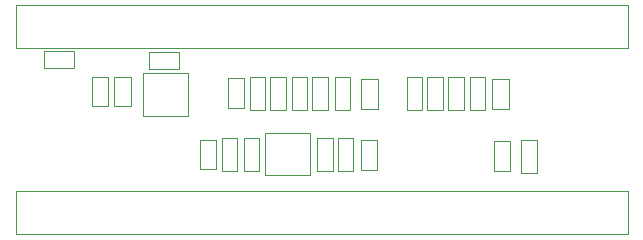
<source format=gbr>
%TF.GenerationSoftware,KiCad,Pcbnew,4.0.7*%
%TF.CreationDate,2017-10-16T02:09:04+08:00*%
%TF.ProjectId,STM32F401CCT6,53544D333246343031434354362E6B69,rev?*%
%TF.FileFunction,Other,User*%
%FSLAX46Y46*%
G04 Gerber Fmt 4.6, Leading zero omitted, Abs format (unit mm)*
G04 Created by KiCad (PCBNEW 4.0.7) date 10/16/17 02:09:04*
%MOMM*%
%LPD*%
G01*
G04 APERTURE LIST*
%ADD10C,0.100000*%
%ADD11C,0.050000*%
G04 APERTURE END LIST*
D10*
D11*
X1370000Y13930000D02*
X-50480000Y13930000D01*
X-50480000Y13930000D02*
X-50480000Y17530000D01*
X-50480000Y17530000D02*
X1370000Y17530000D01*
X1370000Y17530000D02*
X1370000Y13930000D01*
X1370000Y-1820000D02*
X-50480000Y-1820000D01*
X-50480000Y-1820000D02*
X-50480000Y1780000D01*
X-50480000Y1780000D02*
X1370000Y1780000D01*
X1370000Y1780000D02*
X1370000Y-1820000D01*
X-48050000Y12260000D02*
X-45550000Y12260000D01*
X-48050000Y12260000D02*
X-48050000Y13660000D01*
X-45550000Y13660000D02*
X-45550000Y12260000D01*
X-45550000Y13660000D02*
X-48050000Y13660000D01*
X-44050000Y11490000D02*
X-44050000Y8990000D01*
X-44050000Y11490000D02*
X-42650000Y11490000D01*
X-42650000Y8990000D02*
X-44050000Y8990000D01*
X-42650000Y8990000D02*
X-42650000Y11490000D01*
X-42140000Y11490000D02*
X-42140000Y8990000D01*
X-42140000Y11490000D02*
X-40740000Y11490000D01*
X-40740000Y8990000D02*
X-42140000Y8990000D01*
X-40740000Y8990000D02*
X-40740000Y11490000D01*
X-35900000Y8170000D02*
X-39700000Y8170000D01*
X-35900000Y11770000D02*
X-35900000Y8170000D01*
X-39700000Y11770000D02*
X-35900000Y11770000D01*
X-39700000Y8170000D02*
X-39700000Y11770000D01*
X-39170000Y12170000D02*
X-36670000Y12170000D01*
X-39170000Y12170000D02*
X-39170000Y13570000D01*
X-36670000Y13570000D02*
X-36670000Y12170000D01*
X-36670000Y13570000D02*
X-39170000Y13570000D01*
X-32510000Y11360000D02*
X-32510000Y8860000D01*
X-32510000Y11360000D02*
X-31110000Y11360000D01*
X-31110000Y8860000D02*
X-32510000Y8860000D01*
X-31110000Y8860000D02*
X-31110000Y11360000D01*
X-29330000Y8680000D02*
X-29330000Y11480000D01*
X-29330000Y8680000D02*
X-30630000Y8680000D01*
X-30630000Y11480000D02*
X-29330000Y11480000D01*
X-30630000Y11480000D02*
X-30630000Y8680000D01*
X-27610000Y8670000D02*
X-27610000Y11470000D01*
X-27610000Y8670000D02*
X-28910000Y8670000D01*
X-28910000Y11470000D02*
X-27610000Y11470000D01*
X-28910000Y11470000D02*
X-28910000Y8670000D01*
X-25810000Y8670000D02*
X-25810000Y11470000D01*
X-25810000Y8670000D02*
X-27110000Y8670000D01*
X-27110000Y11470000D02*
X-25810000Y11470000D01*
X-27110000Y11470000D02*
X-27110000Y8670000D01*
X-24050000Y8680000D02*
X-24050000Y11480000D01*
X-24050000Y8680000D02*
X-25350000Y8680000D01*
X-25350000Y11480000D02*
X-24050000Y11480000D01*
X-25350000Y11480000D02*
X-25350000Y8680000D01*
X-22160000Y8680000D02*
X-22160000Y11480000D01*
X-22160000Y8680000D02*
X-23460000Y8680000D01*
X-23460000Y11480000D02*
X-22160000Y11480000D01*
X-23460000Y11480000D02*
X-23460000Y8680000D01*
X-19800000Y8790000D02*
X-19800000Y11290000D01*
X-19800000Y8790000D02*
X-21200000Y8790000D01*
X-21200000Y11290000D02*
X-19800000Y11290000D01*
X-21200000Y11290000D02*
X-21200000Y8790000D01*
X-17360000Y11480000D02*
X-17360000Y8680000D01*
X-17360000Y11480000D02*
X-16060000Y11480000D01*
X-16060000Y8680000D02*
X-17360000Y8680000D01*
X-16060000Y8680000D02*
X-16060000Y11480000D01*
X-15630000Y11480000D02*
X-15630000Y8680000D01*
X-15630000Y11480000D02*
X-14330000Y11480000D01*
X-14330000Y8680000D02*
X-15630000Y8680000D01*
X-14330000Y8680000D02*
X-14330000Y11480000D01*
X-13850000Y11480000D02*
X-13850000Y8680000D01*
X-13850000Y11480000D02*
X-12550000Y11480000D01*
X-12550000Y8680000D02*
X-13850000Y8680000D01*
X-12550000Y8680000D02*
X-12550000Y11480000D01*
X-12020000Y11480000D02*
X-12020000Y8680000D01*
X-12020000Y11480000D02*
X-10720000Y11480000D01*
X-10720000Y8680000D02*
X-12020000Y8680000D01*
X-10720000Y8680000D02*
X-10720000Y11480000D01*
X-10120000Y11290000D02*
X-10120000Y8790000D01*
X-10120000Y11290000D02*
X-8720000Y11290000D01*
X-8720000Y8790000D02*
X-10120000Y8790000D01*
X-8720000Y8790000D02*
X-8720000Y11290000D01*
X-7660000Y6160000D02*
X-7660000Y3360000D01*
X-7660000Y6160000D02*
X-6360000Y6160000D01*
X-6360000Y3360000D02*
X-7660000Y3360000D01*
X-6360000Y3360000D02*
X-6360000Y6160000D01*
X-9990000Y6040000D02*
X-9990000Y3540000D01*
X-9990000Y6040000D02*
X-8590000Y6040000D01*
X-8590000Y3540000D02*
X-9990000Y3540000D01*
X-8590000Y3540000D02*
X-8590000Y6040000D01*
X-21270000Y6130000D02*
X-21270000Y3630000D01*
X-21270000Y6130000D02*
X-19870000Y6130000D01*
X-19870000Y3630000D02*
X-21270000Y3630000D01*
X-19870000Y3630000D02*
X-19870000Y6130000D01*
X-23210000Y6300000D02*
X-23210000Y3500000D01*
X-23210000Y6300000D02*
X-21910000Y6300000D01*
X-21910000Y3500000D02*
X-23210000Y3500000D01*
X-21910000Y3500000D02*
X-21910000Y6300000D01*
X-24950000Y6310000D02*
X-24950000Y3510000D01*
X-24950000Y6310000D02*
X-23650000Y6310000D01*
X-23650000Y3510000D02*
X-24950000Y3510000D01*
X-23650000Y3510000D02*
X-23650000Y6310000D01*
X-29380000Y3150000D02*
X-25580000Y3150000D01*
X-25580000Y3150000D02*
X-25580000Y6750000D01*
X-25580000Y6750000D02*
X-29380000Y6750000D01*
X-29380000Y6750000D02*
X-29380000Y3150000D01*
X-29860000Y3480000D02*
X-29860000Y6280000D01*
X-29860000Y3480000D02*
X-31160000Y3480000D01*
X-31160000Y6280000D02*
X-29860000Y6280000D01*
X-31160000Y6280000D02*
X-31160000Y3480000D01*
X-31710000Y3480000D02*
X-31710000Y6280000D01*
X-31710000Y3480000D02*
X-33010000Y3480000D01*
X-33010000Y6280000D02*
X-31710000Y6280000D01*
X-33010000Y6280000D02*
X-33010000Y3480000D01*
X-34910000Y6170000D02*
X-34910000Y3670000D01*
X-34910000Y6170000D02*
X-33510000Y6170000D01*
X-33510000Y3670000D02*
X-34910000Y3670000D01*
X-33510000Y3670000D02*
X-33510000Y6170000D01*
M02*

</source>
